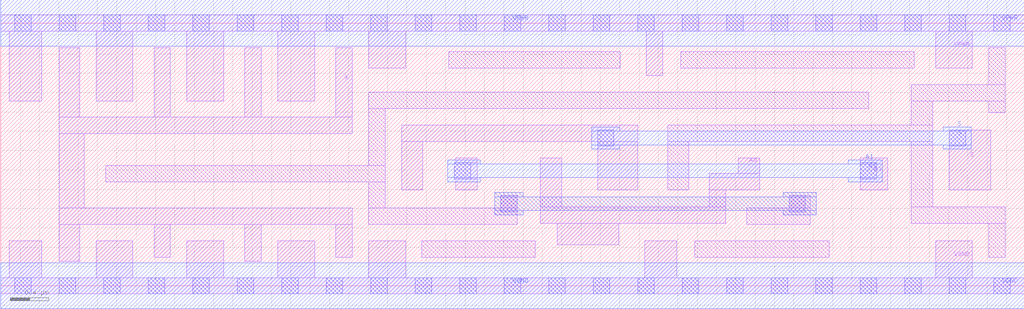
<source format=lef>
# Copyright 2020 The SkyWater PDK Authors
#
# Licensed under the Apache License, Version 2.0 (the "License");
# you may not use this file except in compliance with the License.
# You may obtain a copy of the License at
#
#     https://www.apache.org/licenses/LICENSE-2.0
#
# Unless required by applicable law or agreed to in writing, software
# distributed under the License is distributed on an "AS IS" BASIS,
# WITHOUT WARRANTIES OR CONDITIONS OF ANY KIND, either express or implied.
# See the License for the specific language governing permissions and
# limitations under the License.
#
# SPDX-License-Identifier: Apache-2.0

VERSION 5.7 ;
  NAMESCASESENSITIVE ON ;
  NOWIREEXTENSIONATPIN ON ;
  DIVIDERCHAR "/" ;
  BUSBITCHARS "[]" ;
UNITS
  DATABASE MICRONS 200 ;
END UNITS
PROPERTYDEFINITIONS
  MACRO maskLayoutSubType STRING ;
  MACRO prCellType STRING ;
  MACRO originalViewName STRING ;
END PROPERTYDEFINITIONS
MACRO sky130_fd_sc_hdll__mux2_8
  CLASS CORE ;
  FOREIGN sky130_fd_sc_hdll__mux2_8 ;
  ORIGIN  0.000000  0.000000 ;
  SIZE  10.58000 BY  2.720000 ;
  SYMMETRY X Y R90 ;
  SITE unithd ;
  PIN A0
    ANTENNAGATEAREA  0.552000 ;
    DIRECTION INPUT ;
    USE SIGNAL ;
    PORT
      LAYER li1 ;
        RECT 5.580000 0.645000 7.495000 0.815000 ;
        RECT 5.580000 0.815000 5.800000 1.325000 ;
        RECT 5.755000 0.425000 6.390000 0.645000 ;
        RECT 7.325000 0.815000 7.495000 0.995000 ;
        RECT 7.325000 0.995000 7.845000 1.165000 ;
        RECT 7.625000 1.165000 7.845000 1.325000 ;
    END
  END A0
  PIN A1
    ANTENNAGATEAREA  0.552000 ;
    DIRECTION INPUT ;
    USE SIGNAL ;
    PORT
      LAYER li1 ;
        RECT 4.690000 1.105000 4.925000 1.275000 ;
        RECT 4.705000 0.995000 4.925000 1.105000 ;
        RECT 4.705000 1.275000 4.925000 1.325000 ;
        RECT 8.885000 0.995000 9.170000 1.325000 ;
      LAYER mcon ;
        RECT 4.690000 1.105000 4.860000 1.275000 ;
        RECT 8.885000 1.105000 9.055000 1.275000 ;
      LAYER met1 ;
        RECT 4.620000 1.075000 4.960000 1.120000 ;
        RECT 4.620000 1.120000 9.115000 1.260000 ;
        RECT 4.620000 1.260000 4.960000 1.305000 ;
        RECT 8.765000 1.075000 9.115000 1.120000 ;
        RECT 8.765000 1.260000 9.115000 1.305000 ;
    END
  END A1
  PIN S
    ANTENNAGATEAREA  0.829500 ;
    DIRECTION INPUT ;
    USE SIGNAL ;
    PORT
      LAYER li1 ;
        RECT 4.145000 0.995000  4.365000 1.495000 ;
        RECT 4.145000 1.495000  6.585000 1.665000 ;
        RECT 6.170000 0.995000  6.585000 1.495000 ;
        RECT 9.805000 0.995000 10.235000 1.615000 ;
      LAYER mcon ;
        RECT 6.170000 1.445000 6.340000 1.615000 ;
        RECT 9.805000 1.445000 9.975000 1.615000 ;
      LAYER met1 ;
        RECT 6.110000 1.415000  6.400000 1.460000 ;
        RECT 6.110000 1.460000 10.035000 1.600000 ;
        RECT 6.110000 1.600000  6.400000 1.645000 ;
        RECT 9.745000 1.415000 10.035000 1.460000 ;
        RECT 9.745000 1.600000 10.035000 1.645000 ;
    END
  END S
  PIN VGND
    ANTENNADIFFAREA  1.508400 ;
    DIRECTION INOUT ;
    USE SIGNAL ;
    PORT
      LAYER li1 ;
        RECT 0.000000 -0.085000 10.580000 0.085000 ;
        RECT 0.090000  0.085000  0.425000 0.465000 ;
        RECT 0.985000  0.085000  1.365000 0.465000 ;
        RECT 1.925000  0.085000  2.305000 0.465000 ;
        RECT 2.865000  0.085000  3.245000 0.465000 ;
        RECT 3.805000  0.085000  4.185000 0.465000 ;
        RECT 6.660000  0.085000  6.990000 0.465000 ;
        RECT 9.665000  0.085000 10.045000 0.465000 ;
      LAYER mcon ;
        RECT  0.145000 -0.085000  0.315000 0.085000 ;
        RECT  0.605000 -0.085000  0.775000 0.085000 ;
        RECT  1.065000 -0.085000  1.235000 0.085000 ;
        RECT  1.525000 -0.085000  1.695000 0.085000 ;
        RECT  1.985000 -0.085000  2.155000 0.085000 ;
        RECT  2.445000 -0.085000  2.615000 0.085000 ;
        RECT  2.905000 -0.085000  3.075000 0.085000 ;
        RECT  3.365000 -0.085000  3.535000 0.085000 ;
        RECT  3.825000 -0.085000  3.995000 0.085000 ;
        RECT  4.285000 -0.085000  4.455000 0.085000 ;
        RECT  4.745000 -0.085000  4.915000 0.085000 ;
        RECT  5.205000 -0.085000  5.375000 0.085000 ;
        RECT  5.665000 -0.085000  5.835000 0.085000 ;
        RECT  6.125000 -0.085000  6.295000 0.085000 ;
        RECT  6.585000 -0.085000  6.755000 0.085000 ;
        RECT  7.045000 -0.085000  7.215000 0.085000 ;
        RECT  7.505000 -0.085000  7.675000 0.085000 ;
        RECT  7.965000 -0.085000  8.135000 0.085000 ;
        RECT  8.425000 -0.085000  8.595000 0.085000 ;
        RECT  8.885000 -0.085000  9.055000 0.085000 ;
        RECT  9.345000 -0.085000  9.515000 0.085000 ;
        RECT  9.805000 -0.085000  9.975000 0.085000 ;
        RECT 10.265000 -0.085000 10.435000 0.085000 ;
      LAYER met1 ;
        RECT 0.000000 -0.240000 10.580000 0.240000 ;
    END
  END VGND
  PIN VPWR
    ANTENNADIFFAREA  2.160000 ;
    DIRECTION INOUT ;
    USE SIGNAL ;
    PORT
      LAYER li1 ;
        RECT 0.000000 2.635000 10.580000 2.805000 ;
        RECT 0.090000 1.915000  0.425000 2.635000 ;
        RECT 0.985000 1.915000  1.365000 2.635000 ;
        RECT 1.925000 1.915000  2.305000 2.635000 ;
        RECT 2.865000 1.915000  3.245000 2.635000 ;
        RECT 3.805000 2.255000  4.185000 2.635000 ;
        RECT 6.675000 2.175000  6.845000 2.635000 ;
        RECT 9.665000 2.255000 10.045000 2.635000 ;
      LAYER mcon ;
        RECT  0.145000 2.635000  0.315000 2.805000 ;
        RECT  0.605000 2.635000  0.775000 2.805000 ;
        RECT  1.065000 2.635000  1.235000 2.805000 ;
        RECT  1.525000 2.635000  1.695000 2.805000 ;
        RECT  1.985000 2.635000  2.155000 2.805000 ;
        RECT  2.445000 2.635000  2.615000 2.805000 ;
        RECT  2.905000 2.635000  3.075000 2.805000 ;
        RECT  3.365000 2.635000  3.535000 2.805000 ;
        RECT  3.825000 2.635000  3.995000 2.805000 ;
        RECT  4.285000 2.635000  4.455000 2.805000 ;
        RECT  4.745000 2.635000  4.915000 2.805000 ;
        RECT  5.205000 2.635000  5.375000 2.805000 ;
        RECT  5.665000 2.635000  5.835000 2.805000 ;
        RECT  6.125000 2.635000  6.295000 2.805000 ;
        RECT  6.585000 2.635000  6.755000 2.805000 ;
        RECT  7.045000 2.635000  7.215000 2.805000 ;
        RECT  7.505000 2.635000  7.675000 2.805000 ;
        RECT  7.965000 2.635000  8.135000 2.805000 ;
        RECT  8.425000 2.635000  8.595000 2.805000 ;
        RECT  8.885000 2.635000  9.055000 2.805000 ;
        RECT  9.345000 2.635000  9.515000 2.805000 ;
        RECT  9.805000 2.635000  9.975000 2.805000 ;
        RECT 10.265000 2.635000 10.435000 2.805000 ;
      LAYER met1 ;
        RECT 0.000000 2.480000 10.580000 2.960000 ;
    END
  END VPWR
  PIN X
    ANTENNADIFFAREA  2.024500 ;
    DIRECTION OUTPUT ;
    USE SIGNAL ;
    PORT
      LAYER li1 ;
        RECT 0.605000 0.255000 0.815000 0.635000 ;
        RECT 0.605000 0.635000 3.635000 0.805000 ;
        RECT 0.605000 0.805000 0.865000 1.575000 ;
        RECT 0.605000 1.575000 3.635000 1.745000 ;
        RECT 0.605000 1.745000 0.815000 2.465000 ;
        RECT 1.585000 0.295000 1.755000 0.635000 ;
        RECT 1.585000 1.745000 1.755000 2.465000 ;
        RECT 2.525000 0.255000 2.695000 0.635000 ;
        RECT 2.525000 1.745000 2.695000 2.465000 ;
        RECT 3.465000 0.295000 3.635000 0.635000 ;
        RECT 3.465000 1.745000 3.635000 2.465000 ;
    END
  END X
  OBS
    LAYER li1 ;
      RECT  1.085000 1.075000  3.975000 1.245000 ;
      RECT  3.805000 0.635000  5.340000 0.805000 ;
      RECT  3.805000 0.805000  3.975000 1.075000 ;
      RECT  3.805000 1.245000  3.975000 1.835000 ;
      RECT  3.805000 1.835000  8.975000 2.005000 ;
      RECT  4.355000 0.295000  5.525000 0.465000 ;
      RECT  4.630000 2.255000  6.405000 2.425000 ;
      RECT  5.170000 0.805000  5.340000 0.935000 ;
      RECT  6.895000 0.995000  7.115000 1.495000 ;
      RECT  6.895000 1.495000  9.635000 1.665000 ;
      RECT  7.030000 2.255000  9.445000 2.425000 ;
      RECT  7.175000 0.295000  8.565000 0.465000 ;
      RECT  7.715000 0.635000  8.370000 0.805000 ;
      RECT  8.150000 0.805000  8.370000 0.935000 ;
      RECT  9.415000 0.645000 10.385000 0.815000 ;
      RECT  9.415000 0.815000  9.635000 1.495000 ;
      RECT  9.415000 1.665000  9.635000 1.915000 ;
      RECT  9.415000 1.915000 10.385000 2.085000 ;
      RECT 10.215000 0.295000 10.385000 0.645000 ;
      RECT 10.215000 1.795000 10.385000 1.915000 ;
      RECT 10.215000 2.085000 10.385000 2.465000 ;
    LAYER mcon ;
      RECT 5.170000 0.765000 5.340000 0.935000 ;
      RECT 8.150000 0.765000 8.320000 0.935000 ;
    LAYER met1 ;
      RECT 5.110000 0.735000 5.400000 0.780000 ;
      RECT 5.110000 0.780000 8.430000 0.920000 ;
      RECT 5.110000 0.920000 5.400000 0.965000 ;
      RECT 8.090000 0.735000 8.430000 0.780000 ;
      RECT 8.090000 0.920000 8.430000 0.965000 ;
  END
  PROPERTY maskLayoutSubType "abstract" ;
  PROPERTY prCellType "standard" ;
  PROPERTY originalViewName "layout" ;
END sky130_fd_sc_hdll__mux2_8

</source>
